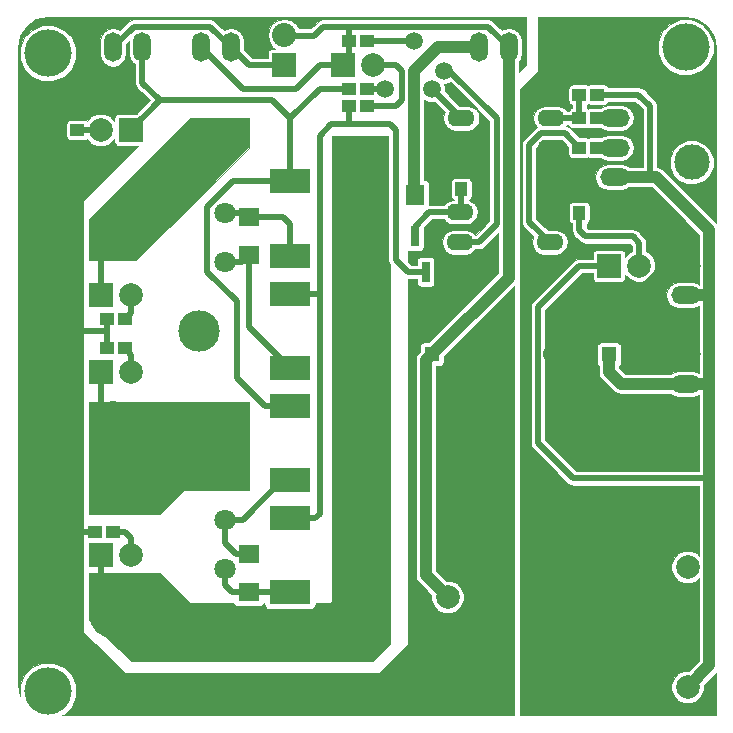
<source format=gbr>
G04 #@! TF.FileFunction,Copper,L2,Bot,Signal*
%FSLAX46Y46*%
G04 Gerber Fmt 4.6, Leading zero omitted, Abs format (unit mm)*
G04 Created by KiCad (PCBNEW 4.0.6) date 05/12/17 12:25:15*
%MOMM*%
%LPD*%
G01*
G04 APERTURE LIST*
%ADD10C,0.100000*%
%ADD11C,3.500000*%
%ADD12C,1.800000*%
%ADD13R,2.000000X2.000000*%
%ADD14C,2.000000*%
%ADD15C,4.064000*%
%ADD16R,2.032000X2.032000*%
%ADD17O,2.032000X2.032000*%
%ADD18R,1.300000X1.300000*%
%ADD19C,1.300000*%
%ADD20R,0.800100X1.800860*%
%ADD21R,1.800000X1.600000*%
%ADD22R,1.150000X1.000000*%
%ADD23R,1.000000X1.150000*%
%ADD24R,1.600000X1.800000*%
%ADD25O,1.500000X2.500000*%
%ADD26R,3.500000X2.000000*%
%ADD27O,2.500000X1.500000*%
%ADD28C,3.000000*%
%ADD29O,2.300000X1.400000*%
%ADD30C,4.000000*%
%ADD31C,1.500000*%
%ADD32C,0.500000*%
%ADD33C,1.000000*%
%ADD34C,0.026000*%
G04 APERTURE END LIST*
D10*
D11*
X18000000Y-37000000D03*
D12*
X18000000Y-47200000D03*
X18000000Y-43000000D03*
D11*
X15800000Y-53000000D03*
X30100000Y-39300000D03*
X30100000Y-50300000D03*
X18000000Y-11000000D03*
D12*
X18000000Y-21200000D03*
X18000000Y-17000000D03*
D11*
X15800000Y-27000000D03*
X30100000Y-13300000D03*
X30100000Y-24300000D03*
D13*
X50500000Y-21500000D03*
D14*
X53040000Y-21500000D03*
D13*
X7500000Y-24000000D03*
D14*
X10040000Y-24000000D03*
D13*
X7500000Y-46000000D03*
D14*
X10040000Y-46000000D03*
D13*
X7500000Y-30500000D03*
D14*
X10040000Y-30500000D03*
D15*
X8500000Y-19000000D03*
X3500000Y-35000000D03*
D16*
X23000000Y-4500000D03*
D17*
X23000000Y-1960000D03*
D15*
X8500000Y-35000000D03*
X3500000Y-19000000D03*
X8500000Y-51000000D03*
X3500000Y-51500000D03*
D18*
X35500000Y-29000000D03*
D19*
X40500000Y-29000000D03*
D15*
X8500000Y-40500000D03*
X3500000Y-40500000D03*
X3500000Y-26500000D03*
D20*
X34050000Y-18998860D03*
X35950000Y-18998860D03*
X35000000Y-22001140D03*
D21*
X20000000Y-20600000D03*
X20000000Y-17400000D03*
D13*
X10000000Y-10000000D03*
D14*
X7460000Y-10000000D03*
D22*
X5500000Y-10000000D03*
X4000000Y-10000000D03*
D23*
X48000000Y-17000000D03*
X48000000Y-15500000D03*
X38000000Y-15000000D03*
X38000000Y-13500000D03*
D22*
X48000000Y-7000000D03*
X49500000Y-7000000D03*
X49500000Y-9000000D03*
X48000000Y-9000000D03*
X9500000Y-26000000D03*
X8000000Y-26000000D03*
X8500000Y-44000000D03*
X7000000Y-44000000D03*
X9500000Y-28500000D03*
X8000000Y-28500000D03*
X49500000Y-11500000D03*
X48000000Y-11500000D03*
D24*
X34100000Y-15500000D03*
X30900000Y-15500000D03*
D25*
X18500000Y-3000000D03*
X16000000Y-3000000D03*
X11000000Y-3000000D03*
X8500000Y-3000000D03*
X42000000Y-3000000D03*
X39500000Y-3000000D03*
D26*
X23500000Y-23850000D03*
X23500000Y-30150000D03*
X23500000Y-14350000D03*
X23500000Y-20650000D03*
X23500000Y-42850000D03*
X23500000Y-49150000D03*
X23500000Y-33350000D03*
X23500000Y-39650000D03*
D21*
X20000000Y-49100000D03*
X20000000Y-45900000D03*
D22*
X28500000Y-6500000D03*
X30000000Y-6500000D03*
X30000000Y-2500000D03*
X28500000Y-2500000D03*
D27*
X57000000Y-31500000D03*
X57000000Y-29000000D03*
X57000000Y-24000000D03*
X57000000Y-21500000D03*
X51000000Y-16500000D03*
X51000000Y-14000000D03*
X51000000Y-11500000D03*
X51000000Y-9000000D03*
D28*
X57500000Y-12750000D03*
D18*
X50500000Y-29000000D03*
D19*
X45500000Y-29000000D03*
D13*
X28000000Y-4500000D03*
D14*
X30540000Y-4500000D03*
D22*
X30000000Y-8000000D03*
X28500000Y-8000000D03*
D14*
X36840000Y-49540000D03*
X36840000Y-44460000D03*
X36840000Y-36840000D03*
X57160000Y-36840000D03*
X57160000Y-47000000D03*
X57160000Y-57160000D03*
D29*
X45500000Y-19500000D03*
X45500000Y-16960000D03*
X37880000Y-16960000D03*
X37880000Y-19500000D03*
X38000000Y-9000000D03*
X38000000Y-11540000D03*
X45620000Y-11540000D03*
X45620000Y-9000000D03*
D30*
X57000000Y-3000000D03*
X3000000Y-3500000D03*
X3000000Y-57500000D03*
D31*
X35500000Y-6500000D03*
X31500000Y-6500000D03*
X34000000Y-2500000D03*
X36500000Y-5000000D03*
D32*
X34000000Y-27500000D02*
X35950000Y-25550000D01*
X34000000Y-56500000D02*
X34000000Y-27500000D01*
X35950000Y-25550000D02*
X35950000Y-18998860D01*
X35950000Y-18998860D02*
X36698860Y-18250000D01*
X36698860Y-18250000D02*
X39250000Y-18250000D01*
X39250000Y-18250000D02*
X40000000Y-17500000D01*
X40000000Y-17500000D02*
X40000000Y-13540000D01*
X40000000Y-13540000D02*
X38000000Y-11540000D01*
X38000000Y-13500000D02*
X38000000Y-11540000D01*
D33*
X34000000Y-56500000D02*
X32500000Y-58000000D01*
X10000000Y-58000000D02*
X3500000Y-51500000D01*
X32500000Y-58000000D02*
X10000000Y-58000000D01*
X36840000Y-44460000D02*
X39500000Y-47120000D01*
X36000000Y-56500000D02*
X34000000Y-56500000D01*
X36000000Y-56500000D02*
X39500000Y-53000000D01*
X39500000Y-47120000D02*
X39500000Y-53000000D01*
X36840000Y-36840000D02*
X36840000Y-44460000D01*
X40500000Y-29000000D02*
X36840000Y-32660000D01*
X36840000Y-32660000D02*
X36840000Y-36840000D01*
D32*
X34000000Y-56500000D02*
X34000000Y-56000000D01*
X34000000Y-56000000D02*
X34000000Y-56500000D01*
X3500000Y-26500000D02*
X3500000Y-19000000D01*
X3500000Y-35000000D02*
X3500000Y-26500000D01*
X3500000Y-40500000D02*
X3500000Y-35000000D01*
X7000000Y-44000000D02*
X3500000Y-44000000D01*
X3500000Y-40500000D02*
X3500000Y-44000000D01*
X3500000Y-44000000D02*
X3500000Y-51500000D01*
X8000000Y-27000000D02*
X4000000Y-27000000D01*
X4000000Y-27000000D02*
X3500000Y-26500000D01*
X8000000Y-28500000D02*
X8000000Y-27000000D01*
X8000000Y-27000000D02*
X8000000Y-26000000D01*
X7500000Y-46000000D02*
X7500000Y-50000000D01*
X7500000Y-50000000D02*
X8500000Y-51000000D01*
X30100000Y-13300000D02*
X30100000Y-15200000D01*
X30100000Y-15200000D02*
X30900000Y-16000000D01*
X15800000Y-26000000D02*
X15800000Y-26800000D01*
X48000000Y-17000000D02*
X48000000Y-18500000D01*
X48500000Y-19000000D02*
X52500000Y-19000000D01*
X48000000Y-18500000D02*
X48500000Y-19000000D01*
X48000000Y-17000000D02*
X48000000Y-17500000D01*
X53040000Y-19540000D02*
X53040000Y-21500000D01*
X52500000Y-19000000D02*
X53040000Y-19540000D01*
X47960000Y-17040000D02*
X48000000Y-17000000D01*
D33*
X39500000Y-3000000D02*
X36000000Y-3000000D01*
X34000000Y-5000000D02*
X34000000Y-15400000D01*
X36000000Y-3000000D02*
X34000000Y-5000000D01*
X34000000Y-15400000D02*
X34100000Y-15500000D01*
D32*
X7500000Y-24000000D02*
X7500000Y-20000000D01*
X7500000Y-20000000D02*
X8500000Y-19000000D01*
X10040000Y-24000000D02*
X10040000Y-25460000D01*
X10040000Y-25460000D02*
X9500000Y-26000000D01*
X8500000Y-44000000D02*
X9500000Y-44000000D01*
X10040000Y-44540000D02*
X10040000Y-46000000D01*
X9500000Y-44000000D02*
X10040000Y-44540000D01*
X28500000Y-2500000D02*
X28500000Y-1250000D01*
X28500000Y-1250000D02*
X28500000Y-1500000D01*
X28500000Y-1500000D02*
X28500000Y-1250000D01*
X28000000Y-4500000D02*
X28500000Y-4000000D01*
X28500000Y-4000000D02*
X28500000Y-2500000D01*
X16000000Y-3000000D02*
X19500000Y-6500000D01*
X26000000Y-4500000D02*
X28000000Y-4500000D01*
X24000000Y-6500000D02*
X26000000Y-4500000D01*
X19500000Y-6500000D02*
X24000000Y-6500000D01*
X23000000Y-1960000D02*
X23040000Y-2000000D01*
X23040000Y-2000000D02*
X25540000Y-2000000D01*
X28500000Y-1250000D02*
X26290000Y-1250000D01*
X26290000Y-1250000D02*
X25540000Y-2000000D01*
X42000000Y-3000000D02*
X40250000Y-1250000D01*
X40250000Y-1250000D02*
X28500000Y-1250000D01*
D33*
X42000000Y-22500000D02*
X35500000Y-29000000D01*
X42000000Y-3500000D02*
X42000000Y-22500000D01*
X36840000Y-49540000D02*
X35000000Y-47700000D01*
X35000000Y-47700000D02*
X35000000Y-29500000D01*
X35000000Y-29500000D02*
X35500000Y-29000000D01*
D32*
X7500000Y-30500000D02*
X7500000Y-34000000D01*
X7500000Y-34000000D02*
X8500000Y-35000000D01*
X10040000Y-30500000D02*
X10040000Y-29040000D01*
X10040000Y-29040000D02*
X9500000Y-28500000D01*
X9540000Y-28540000D02*
X9500000Y-28500000D01*
X48000000Y-11500000D02*
X46750000Y-10250000D01*
X43750000Y-17750000D02*
X45500000Y-19500000D01*
X43750000Y-11250000D02*
X43750000Y-17750000D01*
X44750000Y-10250000D02*
X43750000Y-11250000D01*
X46750000Y-10250000D02*
X44750000Y-10250000D01*
X47865000Y-11365000D02*
X48000000Y-11500000D01*
X11000000Y-3000000D02*
X11000000Y-6000000D01*
X11000000Y-6000000D02*
X12500000Y-7500000D01*
X23500000Y-9000000D02*
X22000000Y-7500000D01*
X23500000Y-9000000D02*
X26000000Y-6500000D01*
X26000000Y-6500000D02*
X28500000Y-6500000D01*
X10000000Y-10000000D02*
X12500000Y-7500000D01*
X12500000Y-7500000D02*
X22000000Y-7500000D01*
X10000000Y-10000000D02*
X11000000Y-9000000D01*
X23500000Y-14350000D02*
X18650000Y-14350000D01*
X21350000Y-33350000D02*
X23500000Y-33350000D01*
X19000000Y-31000000D02*
X21350000Y-33350000D01*
X19000000Y-24500000D02*
X19000000Y-31000000D01*
X16500000Y-22000000D02*
X19000000Y-24500000D01*
X16500000Y-16500000D02*
X16500000Y-22000000D01*
X18650000Y-14350000D02*
X16500000Y-16500000D01*
X23500000Y-14350000D02*
X23500000Y-9000000D01*
X23500000Y-23850000D02*
X26000000Y-23850000D01*
X26000000Y-23850000D02*
X26000000Y-24000000D01*
X28500000Y-8000000D02*
X28500000Y-9500000D01*
X23500000Y-42850000D02*
X25650000Y-42850000D01*
X33501140Y-22001140D02*
X35000000Y-22001140D01*
X32500000Y-21000000D02*
X33501140Y-22001140D01*
X32500000Y-10000000D02*
X32500000Y-21000000D01*
X32000000Y-9500000D02*
X32500000Y-10000000D01*
X27000000Y-9500000D02*
X28500000Y-9500000D01*
X28500000Y-9500000D02*
X32000000Y-9500000D01*
X26000000Y-10500000D02*
X27000000Y-9500000D01*
X26000000Y-42500000D02*
X26000000Y-24000000D01*
X26000000Y-24000000D02*
X26000000Y-10500000D01*
X25650000Y-42850000D02*
X26000000Y-42500000D01*
X45620000Y-9000000D02*
X48000000Y-9000000D01*
X48000000Y-7000000D02*
X48000000Y-9000000D01*
X47865000Y-9135000D02*
X48000000Y-9000000D01*
X51000000Y-11500000D02*
X49500000Y-11500000D01*
X38000000Y-9000000D02*
X35500000Y-6500000D01*
X30000000Y-6500000D02*
X31500000Y-6500000D01*
X18500000Y-3000000D02*
X20000000Y-4500000D01*
X20000000Y-4500000D02*
X23000000Y-4500000D01*
X8500000Y-3000000D02*
X10250000Y-1250000D01*
X16750000Y-1250000D02*
X18500000Y-3000000D01*
X10250000Y-1250000D02*
X16750000Y-1250000D01*
X18500000Y-2500000D02*
X18500000Y-3500000D01*
X8500000Y-3500000D02*
X8500000Y-2500000D01*
D33*
X57000000Y-29000000D02*
X56000000Y-29000000D01*
X56000000Y-29000000D02*
X52000000Y-25000000D01*
X51000000Y-16500000D02*
X54500000Y-16500000D01*
X57500000Y-19500000D02*
X57500000Y-21500000D01*
X54500000Y-16500000D02*
X57500000Y-19500000D01*
D32*
X48000000Y-15500000D02*
X50000000Y-15500000D01*
X50000000Y-15500000D02*
X51000000Y-16500000D01*
D33*
X50000000Y-25000000D02*
X52000000Y-25000000D01*
X52000000Y-25000000D02*
X55500000Y-21500000D01*
X55500000Y-21500000D02*
X57500000Y-21500000D01*
D32*
X48000000Y-15500000D02*
X45500000Y-15500000D01*
X45500000Y-16960000D02*
X45500000Y-15500000D01*
X45500000Y-15500000D02*
X45500000Y-11660000D01*
X45500000Y-11660000D02*
X45620000Y-11540000D01*
D33*
X46000000Y-29000000D02*
X50000000Y-25000000D01*
X57160000Y-36840000D02*
X49340000Y-36840000D01*
X46000000Y-33500000D02*
X46000000Y-29000000D01*
X49340000Y-36840000D02*
X46000000Y-33500000D01*
D32*
X59000000Y-39500000D02*
X47500000Y-39500000D01*
X48000000Y-21500000D02*
X44500000Y-25000000D01*
X44500000Y-36500000D02*
X47500000Y-39500000D01*
X44500000Y-25000000D02*
X44500000Y-36500000D01*
X48000000Y-21500000D02*
X50500000Y-21500000D01*
D33*
X57000000Y-31500000D02*
X59000000Y-31500000D01*
X57000000Y-24000000D02*
X59000000Y-24000000D01*
X57160000Y-57160000D02*
X59000000Y-55320000D01*
X59000000Y-55320000D02*
X59000000Y-39500000D01*
X59000000Y-39500000D02*
X59000000Y-31500000D01*
X54500000Y-14000000D02*
X54000000Y-14000000D01*
X59000000Y-18500000D02*
X54500000Y-14000000D01*
X59000000Y-31500000D02*
X59000000Y-24000000D01*
X59000000Y-24000000D02*
X59000000Y-18500000D01*
X50500000Y-29000000D02*
X50500000Y-30500000D01*
X51500000Y-31500000D02*
X57000000Y-31500000D01*
X50500000Y-30500000D02*
X51500000Y-31500000D01*
X54000000Y-14000000D02*
X51000000Y-14000000D01*
D32*
X49500000Y-7000000D02*
X53000000Y-7000000D01*
X54000000Y-8000000D02*
X54000000Y-14000000D01*
X53000000Y-7000000D02*
X54000000Y-8000000D01*
X7460000Y-10000000D02*
X5500000Y-10000000D01*
X49500000Y-9000000D02*
X51000000Y-9000000D01*
X41000000Y-9000000D02*
X37000000Y-5000000D01*
X34000000Y-2500000D02*
X30000000Y-2500000D01*
X37000000Y-5000000D02*
X36500000Y-5000000D01*
X37880000Y-19500000D02*
X39500000Y-19500000D01*
X39500000Y-19500000D02*
X41000000Y-18000000D01*
X41000000Y-18000000D02*
X41000000Y-9000000D01*
X38000000Y-15000000D02*
X38000000Y-16840000D01*
X38000000Y-16840000D02*
X37880000Y-16960000D01*
X34050000Y-18998860D02*
X34050000Y-18200000D01*
X34050000Y-18200000D02*
X35290000Y-16960000D01*
X35290000Y-16960000D02*
X37880000Y-16960000D01*
X20000000Y-49100000D02*
X18600000Y-49100000D01*
X18000000Y-48500000D02*
X18000000Y-47200000D01*
X18600000Y-49100000D02*
X18000000Y-48500000D01*
X23500000Y-49150000D02*
X20050000Y-49150000D01*
X20050000Y-49150000D02*
X20000000Y-49100000D01*
X23500000Y-39650000D02*
X22850000Y-39650000D01*
X22850000Y-39650000D02*
X19500000Y-43000000D01*
X19500000Y-43000000D02*
X18000000Y-43000000D01*
X20000000Y-45900000D02*
X18900000Y-45900000D01*
X18000000Y-45000000D02*
X18000000Y-43000000D01*
X18900000Y-45900000D02*
X18000000Y-45000000D01*
X20000000Y-20600000D02*
X20000000Y-26650000D01*
X20000000Y-26650000D02*
X23500000Y-30150000D01*
X18000000Y-21200000D02*
X19400000Y-21200000D01*
X19400000Y-21200000D02*
X20000000Y-20600000D01*
X23500000Y-20650000D02*
X23500000Y-18000000D01*
X22900000Y-17400000D02*
X20000000Y-17400000D01*
X23500000Y-18000000D02*
X22900000Y-17400000D01*
X18000000Y-17000000D02*
X19600000Y-17000000D01*
X19600000Y-17000000D02*
X20000000Y-17400000D01*
X30000000Y-8000000D02*
X32500000Y-8000000D01*
X32500000Y-4500000D02*
X30540000Y-4500000D01*
X33000000Y-5000000D02*
X32500000Y-4500000D01*
X33000000Y-7500000D02*
X33000000Y-5000000D01*
X32500000Y-8000000D02*
X33000000Y-7500000D01*
D34*
G36*
X19987000Y-40487000D02*
X14500000Y-40487000D01*
X14494942Y-40488024D01*
X14490808Y-40490808D01*
X12494616Y-42487000D01*
X6513000Y-42487000D01*
X6513000Y-33013000D01*
X19987000Y-33013000D01*
X19987000Y-40487000D01*
X19987000Y-40487000D01*
G37*
X19987000Y-40487000D02*
X14500000Y-40487000D01*
X14494942Y-40488024D01*
X14490808Y-40490808D01*
X12494616Y-42487000D01*
X6513000Y-42487000D01*
X6513000Y-33013000D01*
X19987000Y-33013000D01*
X19987000Y-40487000D01*
G36*
X19987000Y-11494616D02*
X10494616Y-20987000D01*
X6513000Y-20987000D01*
X6513000Y-17505384D01*
X15005384Y-9013000D01*
X19987000Y-9013000D01*
X19987000Y-11494616D01*
X19987000Y-11494616D01*
G37*
X19987000Y-11494616D02*
X10494616Y-20987000D01*
X6513000Y-20987000D01*
X6513000Y-17505384D01*
X15005384Y-9013000D01*
X19987000Y-9013000D01*
X19987000Y-11494616D01*
G36*
X31837000Y-21000000D02*
X31887468Y-21253719D01*
X31987000Y-21402680D01*
X31987000Y-53494616D01*
X30494616Y-54987000D01*
X10005384Y-54987000D01*
X6513000Y-51494616D01*
X6513000Y-47513000D01*
X12494616Y-47513000D01*
X14990808Y-50009192D01*
X14995108Y-50012045D01*
X15000000Y-50013000D01*
X18700171Y-50013000D01*
X18707707Y-50053049D01*
X18798159Y-50193614D01*
X18936172Y-50287915D01*
X19100000Y-50321091D01*
X20900000Y-50321091D01*
X21053049Y-50292293D01*
X21193614Y-50201841D01*
X21287915Y-50063828D01*
X21298208Y-50013000D01*
X21328909Y-50013000D01*
X21328909Y-50150000D01*
X21357707Y-50303049D01*
X21448159Y-50443614D01*
X21586172Y-50537915D01*
X21750000Y-50571091D01*
X25250000Y-50571091D01*
X25403049Y-50542293D01*
X25543614Y-50451841D01*
X25637915Y-50313828D01*
X25671091Y-50150000D01*
X25671091Y-50013000D01*
X27000000Y-50013000D01*
X27005058Y-50011976D01*
X27009319Y-50009065D01*
X27012111Y-50004725D01*
X27013000Y-50000000D01*
X27013000Y-10513000D01*
X31837000Y-10513000D01*
X31837000Y-21000000D01*
X31837000Y-21000000D01*
G37*
X31837000Y-21000000D02*
X31887468Y-21253719D01*
X31987000Y-21402680D01*
X31987000Y-53494616D01*
X30494616Y-54987000D01*
X10005384Y-54987000D01*
X6513000Y-51494616D01*
X6513000Y-47513000D01*
X12494616Y-47513000D01*
X14990808Y-50009192D01*
X14995108Y-50012045D01*
X15000000Y-50013000D01*
X18700171Y-50013000D01*
X18707707Y-50053049D01*
X18798159Y-50193614D01*
X18936172Y-50287915D01*
X19100000Y-50321091D01*
X20900000Y-50321091D01*
X21053049Y-50292293D01*
X21193614Y-50201841D01*
X21287915Y-50063828D01*
X21298208Y-50013000D01*
X21328909Y-50013000D01*
X21328909Y-50150000D01*
X21357707Y-50303049D01*
X21448159Y-50443614D01*
X21586172Y-50537915D01*
X21750000Y-50571091D01*
X25250000Y-50571091D01*
X25403049Y-50542293D01*
X25543614Y-50451841D01*
X25637915Y-50313828D01*
X25671091Y-50150000D01*
X25671091Y-50013000D01*
X27000000Y-50013000D01*
X27005058Y-50011976D01*
X27009319Y-50009065D01*
X27012111Y-50004725D01*
X27013000Y-50000000D01*
X27013000Y-10513000D01*
X31837000Y-10513000D01*
X31837000Y-21000000D01*
G36*
X43487000Y-4494616D02*
X42863000Y-5118616D01*
X42863000Y-4204884D01*
X43028278Y-3957528D01*
X43113000Y-3531601D01*
X43113000Y-2468399D01*
X43028278Y-2042472D01*
X42787010Y-1681389D01*
X42425927Y-1440121D01*
X42000000Y-1355399D01*
X41574073Y-1440121D01*
X41413994Y-1547082D01*
X40683456Y-816544D01*
X40484585Y-683662D01*
X40250000Y-637000D01*
X26290000Y-637000D01*
X26055415Y-683662D01*
X25856543Y-816544D01*
X25286088Y-1387000D01*
X24270791Y-1387000D01*
X24002116Y-984900D01*
X23554736Y-685970D01*
X23027016Y-581000D01*
X22972984Y-581000D01*
X22445264Y-685970D01*
X21997884Y-984900D01*
X21698954Y-1432280D01*
X21593984Y-1960000D01*
X21698954Y-2487720D01*
X21997884Y-2935100D01*
X22265460Y-3113889D01*
X21984000Y-3113889D01*
X21849480Y-3139201D01*
X21725932Y-3218702D01*
X21643049Y-3340006D01*
X21613889Y-3484000D01*
X21613889Y-3887000D01*
X20253913Y-3887000D01*
X19613000Y-3246088D01*
X19613000Y-2468399D01*
X19528278Y-2042472D01*
X19287010Y-1681389D01*
X18925927Y-1440121D01*
X18500000Y-1355399D01*
X18074073Y-1440121D01*
X17913994Y-1547082D01*
X17183456Y-816544D01*
X16984585Y-683662D01*
X16750000Y-637000D01*
X10250000Y-637000D01*
X10015415Y-683662D01*
X9816544Y-816543D01*
X9086005Y-1547082D01*
X8925927Y-1440121D01*
X8500000Y-1355399D01*
X8074073Y-1440121D01*
X7712990Y-1681389D01*
X7471722Y-2042472D01*
X7387000Y-2468399D01*
X7387000Y-3531601D01*
X7471722Y-3957528D01*
X7712990Y-4318611D01*
X8074073Y-4559879D01*
X8500000Y-4644601D01*
X8925927Y-4559879D01*
X9287010Y-4318611D01*
X9528278Y-3957528D01*
X9613000Y-3531601D01*
X9613000Y-2753912D01*
X9887000Y-2479913D01*
X9887000Y-3531601D01*
X9971722Y-3957528D01*
X10212990Y-4318611D01*
X10387000Y-4434881D01*
X10387000Y-6000000D01*
X10409439Y-6112806D01*
X10433662Y-6234585D01*
X10566544Y-6433456D01*
X11633087Y-7500000D01*
X10566546Y-8566542D01*
X10566544Y-8566543D01*
X10503198Y-8629889D01*
X9000000Y-8629889D01*
X8865480Y-8655201D01*
X8741932Y-8734702D01*
X8659049Y-8856006D01*
X8629889Y-9000000D01*
X8629889Y-9262136D01*
X8616169Y-9228931D01*
X8233086Y-8845178D01*
X7732307Y-8637237D01*
X7190072Y-8636764D01*
X6688931Y-8843831D01*
X6310517Y-9221584D01*
X6218994Y-9159049D01*
X6075000Y-9129889D01*
X4925000Y-9129889D01*
X4790480Y-9155201D01*
X4666932Y-9234702D01*
X4584049Y-9356006D01*
X4554889Y-9500000D01*
X4554889Y-10500000D01*
X4580201Y-10634520D01*
X4659702Y-10758068D01*
X4781006Y-10840951D01*
X4925000Y-10870111D01*
X6075000Y-10870111D01*
X6209520Y-10844799D01*
X6311758Y-10779010D01*
X6686914Y-11154822D01*
X7187693Y-11362763D01*
X7729928Y-11363236D01*
X8231069Y-11156169D01*
X8614822Y-10773086D01*
X8629889Y-10736801D01*
X8629889Y-11000000D01*
X8655201Y-11134520D01*
X8734702Y-11258068D01*
X8856006Y-11340951D01*
X9000000Y-11370111D01*
X10611505Y-11370111D01*
X5990808Y-15990808D01*
X5987955Y-15995108D01*
X5987000Y-16000000D01*
X5987000Y-52500000D01*
X5988024Y-52505058D01*
X5990808Y-52509192D01*
X9490808Y-56009192D01*
X9495108Y-56012045D01*
X9500000Y-56013000D01*
X31000000Y-56013000D01*
X31005058Y-56011976D01*
X31009192Y-56009192D01*
X33509192Y-53509192D01*
X33512045Y-53504892D01*
X33513000Y-53500000D01*
X33513000Y-22614140D01*
X34229839Y-22614140D01*
X34229839Y-22901570D01*
X34255151Y-23036090D01*
X34334652Y-23159638D01*
X34455956Y-23242521D01*
X34599950Y-23271681D01*
X35400050Y-23271681D01*
X35534570Y-23246369D01*
X35658118Y-23166868D01*
X35741001Y-23045564D01*
X35770161Y-22901570D01*
X35770161Y-21100710D01*
X35744849Y-20966190D01*
X35665348Y-20842642D01*
X35544044Y-20759759D01*
X35400050Y-20730599D01*
X34599950Y-20730599D01*
X34465430Y-20755911D01*
X34341882Y-20835412D01*
X34258999Y-20956716D01*
X34229839Y-21100710D01*
X34229839Y-21388140D01*
X33755053Y-21388140D01*
X33513000Y-21146087D01*
X33513000Y-20241667D01*
X33649950Y-20269401D01*
X34450050Y-20269401D01*
X34584570Y-20244089D01*
X34708118Y-20164588D01*
X34791001Y-20043284D01*
X34820161Y-19899290D01*
X34820161Y-18296751D01*
X35543913Y-17573000D01*
X36556058Y-17573000D01*
X36648704Y-17711655D01*
X36993567Y-17942084D01*
X37400359Y-18023000D01*
X38359641Y-18023000D01*
X38766433Y-17942084D01*
X39111296Y-17711655D01*
X39341725Y-17366792D01*
X39422641Y-16960000D01*
X39341725Y-16553208D01*
X39111296Y-16208345D01*
X38766433Y-15977916D01*
X38613000Y-15947396D01*
X38613000Y-15923848D01*
X38634520Y-15919799D01*
X38758068Y-15840298D01*
X38840951Y-15718994D01*
X38870111Y-15575000D01*
X38870111Y-14425000D01*
X38844799Y-14290480D01*
X38765298Y-14166932D01*
X38643994Y-14084049D01*
X38500000Y-14054889D01*
X37500000Y-14054889D01*
X37365480Y-14080201D01*
X37241932Y-14159702D01*
X37159049Y-14281006D01*
X37129889Y-14425000D01*
X37129889Y-15575000D01*
X37155201Y-15709520D01*
X37234702Y-15833068D01*
X37344525Y-15908106D01*
X36993567Y-15977916D01*
X36648704Y-16208345D01*
X36556058Y-16347000D01*
X35290000Y-16347000D01*
X35270111Y-16350956D01*
X35270111Y-14600000D01*
X35244799Y-14465480D01*
X35165298Y-14341932D01*
X35043994Y-14259049D01*
X34900000Y-14229889D01*
X34863000Y-14229889D01*
X34863000Y-7437282D01*
X34868713Y-7443005D01*
X35277639Y-7612806D01*
X35720418Y-7613193D01*
X35738719Y-7605631D01*
X36613585Y-8480498D01*
X36538275Y-8593208D01*
X36457359Y-9000000D01*
X36538275Y-9406792D01*
X36768704Y-9751655D01*
X37113567Y-9982084D01*
X37520359Y-10063000D01*
X38479641Y-10063000D01*
X38886433Y-9982084D01*
X39231296Y-9751655D01*
X39461725Y-9406792D01*
X39542641Y-9000000D01*
X39461725Y-8593208D01*
X39231296Y-8248345D01*
X38886433Y-8017916D01*
X38479641Y-7937000D01*
X37803913Y-7937000D01*
X36605901Y-6738989D01*
X36612806Y-6722361D01*
X36613193Y-6279582D01*
X36544379Y-6113039D01*
X36720418Y-6113193D01*
X37092528Y-5959440D01*
X40387000Y-9253913D01*
X40387000Y-17746087D01*
X39246088Y-18887000D01*
X39203942Y-18887000D01*
X39111296Y-18748345D01*
X38766433Y-18517916D01*
X38359641Y-18437000D01*
X37400359Y-18437000D01*
X36993567Y-18517916D01*
X36648704Y-18748345D01*
X36418275Y-19093208D01*
X36337359Y-19500000D01*
X36418275Y-19906792D01*
X36648704Y-20251655D01*
X36993567Y-20482084D01*
X37400359Y-20563000D01*
X38359641Y-20563000D01*
X38766433Y-20482084D01*
X39111296Y-20251655D01*
X39203942Y-20113000D01*
X39500000Y-20113000D01*
X39734585Y-20066338D01*
X39933456Y-19933456D01*
X41137000Y-18729913D01*
X41137000Y-22142534D01*
X35299645Y-27979889D01*
X34850000Y-27979889D01*
X34715480Y-28005201D01*
X34591932Y-28084702D01*
X34509049Y-28206006D01*
X34479889Y-28350000D01*
X34479889Y-28799645D01*
X34389767Y-28889767D01*
X34202692Y-29169744D01*
X34137000Y-29500000D01*
X34137000Y-47700000D01*
X34202692Y-48030256D01*
X34389767Y-48310233D01*
X35477124Y-49397590D01*
X35476764Y-49809928D01*
X35683831Y-50311069D01*
X36066914Y-50694822D01*
X36567693Y-50902763D01*
X37109928Y-50903236D01*
X37611069Y-50696169D01*
X37994822Y-50313086D01*
X38202763Y-49812307D01*
X38203236Y-49270072D01*
X37996169Y-48768931D01*
X37613086Y-48385178D01*
X37112307Y-48177237D01*
X36697341Y-48176875D01*
X35863000Y-47342534D01*
X35863000Y-30020111D01*
X36150000Y-30020111D01*
X36284520Y-29994799D01*
X36408068Y-29915298D01*
X36490951Y-29793994D01*
X36520111Y-29650000D01*
X36520111Y-29200355D01*
X42487000Y-23233466D01*
X42487000Y-59562000D01*
X4197434Y-59562000D01*
X4336783Y-59504422D01*
X5002086Y-58840280D01*
X5362589Y-57972092D01*
X5363409Y-57032032D01*
X5004422Y-56163217D01*
X4340280Y-55497914D01*
X3472092Y-55137411D01*
X2532032Y-55136591D01*
X1663217Y-55495578D01*
X997914Y-56159720D01*
X637411Y-57027908D01*
X636602Y-57955303D01*
X438000Y-56956861D01*
X438000Y-3967968D01*
X636591Y-3967968D01*
X995578Y-4836783D01*
X1659720Y-5502086D01*
X2527908Y-5862589D01*
X3467968Y-5863409D01*
X4336783Y-5504422D01*
X5002086Y-4840280D01*
X5362589Y-3972092D01*
X5363409Y-3032032D01*
X5004422Y-2163217D01*
X4340280Y-1497914D01*
X3472092Y-1137411D01*
X2532032Y-1136591D01*
X1663217Y-1495578D01*
X997914Y-2159720D01*
X637411Y-3027908D01*
X636591Y-3967968D01*
X438000Y-3967968D01*
X438000Y-3043139D01*
X640948Y-2022850D01*
X1194459Y-1194462D01*
X2022850Y-640948D01*
X3043140Y-438000D01*
X43487000Y-438000D01*
X43487000Y-4494616D01*
X43487000Y-4494616D01*
G37*
X43487000Y-4494616D02*
X42863000Y-5118616D01*
X42863000Y-4204884D01*
X43028278Y-3957528D01*
X43113000Y-3531601D01*
X43113000Y-2468399D01*
X43028278Y-2042472D01*
X42787010Y-1681389D01*
X42425927Y-1440121D01*
X42000000Y-1355399D01*
X41574073Y-1440121D01*
X41413994Y-1547082D01*
X40683456Y-816544D01*
X40484585Y-683662D01*
X40250000Y-637000D01*
X26290000Y-637000D01*
X26055415Y-683662D01*
X25856543Y-816544D01*
X25286088Y-1387000D01*
X24270791Y-1387000D01*
X24002116Y-984900D01*
X23554736Y-685970D01*
X23027016Y-581000D01*
X22972984Y-581000D01*
X22445264Y-685970D01*
X21997884Y-984900D01*
X21698954Y-1432280D01*
X21593984Y-1960000D01*
X21698954Y-2487720D01*
X21997884Y-2935100D01*
X22265460Y-3113889D01*
X21984000Y-3113889D01*
X21849480Y-3139201D01*
X21725932Y-3218702D01*
X21643049Y-3340006D01*
X21613889Y-3484000D01*
X21613889Y-3887000D01*
X20253913Y-3887000D01*
X19613000Y-3246088D01*
X19613000Y-2468399D01*
X19528278Y-2042472D01*
X19287010Y-1681389D01*
X18925927Y-1440121D01*
X18500000Y-1355399D01*
X18074073Y-1440121D01*
X17913994Y-1547082D01*
X17183456Y-816544D01*
X16984585Y-683662D01*
X16750000Y-637000D01*
X10250000Y-637000D01*
X10015415Y-683662D01*
X9816544Y-816543D01*
X9086005Y-1547082D01*
X8925927Y-1440121D01*
X8500000Y-1355399D01*
X8074073Y-1440121D01*
X7712990Y-1681389D01*
X7471722Y-2042472D01*
X7387000Y-2468399D01*
X7387000Y-3531601D01*
X7471722Y-3957528D01*
X7712990Y-4318611D01*
X8074073Y-4559879D01*
X8500000Y-4644601D01*
X8925927Y-4559879D01*
X9287010Y-4318611D01*
X9528278Y-3957528D01*
X9613000Y-3531601D01*
X9613000Y-2753912D01*
X9887000Y-2479913D01*
X9887000Y-3531601D01*
X9971722Y-3957528D01*
X10212990Y-4318611D01*
X10387000Y-4434881D01*
X10387000Y-6000000D01*
X10409439Y-6112806D01*
X10433662Y-6234585D01*
X10566544Y-6433456D01*
X11633087Y-7500000D01*
X10566546Y-8566542D01*
X10566544Y-8566543D01*
X10503198Y-8629889D01*
X9000000Y-8629889D01*
X8865480Y-8655201D01*
X8741932Y-8734702D01*
X8659049Y-8856006D01*
X8629889Y-9000000D01*
X8629889Y-9262136D01*
X8616169Y-9228931D01*
X8233086Y-8845178D01*
X7732307Y-8637237D01*
X7190072Y-8636764D01*
X6688931Y-8843831D01*
X6310517Y-9221584D01*
X6218994Y-9159049D01*
X6075000Y-9129889D01*
X4925000Y-9129889D01*
X4790480Y-9155201D01*
X4666932Y-9234702D01*
X4584049Y-9356006D01*
X4554889Y-9500000D01*
X4554889Y-10500000D01*
X4580201Y-10634520D01*
X4659702Y-10758068D01*
X4781006Y-10840951D01*
X4925000Y-10870111D01*
X6075000Y-10870111D01*
X6209520Y-10844799D01*
X6311758Y-10779010D01*
X6686914Y-11154822D01*
X7187693Y-11362763D01*
X7729928Y-11363236D01*
X8231069Y-11156169D01*
X8614822Y-10773086D01*
X8629889Y-10736801D01*
X8629889Y-11000000D01*
X8655201Y-11134520D01*
X8734702Y-11258068D01*
X8856006Y-11340951D01*
X9000000Y-11370111D01*
X10611505Y-11370111D01*
X5990808Y-15990808D01*
X5987955Y-15995108D01*
X5987000Y-16000000D01*
X5987000Y-52500000D01*
X5988024Y-52505058D01*
X5990808Y-52509192D01*
X9490808Y-56009192D01*
X9495108Y-56012045D01*
X9500000Y-56013000D01*
X31000000Y-56013000D01*
X31005058Y-56011976D01*
X31009192Y-56009192D01*
X33509192Y-53509192D01*
X33512045Y-53504892D01*
X33513000Y-53500000D01*
X33513000Y-22614140D01*
X34229839Y-22614140D01*
X34229839Y-22901570D01*
X34255151Y-23036090D01*
X34334652Y-23159638D01*
X34455956Y-23242521D01*
X34599950Y-23271681D01*
X35400050Y-23271681D01*
X35534570Y-23246369D01*
X35658118Y-23166868D01*
X35741001Y-23045564D01*
X35770161Y-22901570D01*
X35770161Y-21100710D01*
X35744849Y-20966190D01*
X35665348Y-20842642D01*
X35544044Y-20759759D01*
X35400050Y-20730599D01*
X34599950Y-20730599D01*
X34465430Y-20755911D01*
X34341882Y-20835412D01*
X34258999Y-20956716D01*
X34229839Y-21100710D01*
X34229839Y-21388140D01*
X33755053Y-21388140D01*
X33513000Y-21146087D01*
X33513000Y-20241667D01*
X33649950Y-20269401D01*
X34450050Y-20269401D01*
X34584570Y-20244089D01*
X34708118Y-20164588D01*
X34791001Y-20043284D01*
X34820161Y-19899290D01*
X34820161Y-18296751D01*
X35543913Y-17573000D01*
X36556058Y-17573000D01*
X36648704Y-17711655D01*
X36993567Y-17942084D01*
X37400359Y-18023000D01*
X38359641Y-18023000D01*
X38766433Y-17942084D01*
X39111296Y-17711655D01*
X39341725Y-17366792D01*
X39422641Y-16960000D01*
X39341725Y-16553208D01*
X39111296Y-16208345D01*
X38766433Y-15977916D01*
X38613000Y-15947396D01*
X38613000Y-15923848D01*
X38634520Y-15919799D01*
X38758068Y-15840298D01*
X38840951Y-15718994D01*
X38870111Y-15575000D01*
X38870111Y-14425000D01*
X38844799Y-14290480D01*
X38765298Y-14166932D01*
X38643994Y-14084049D01*
X38500000Y-14054889D01*
X37500000Y-14054889D01*
X37365480Y-14080201D01*
X37241932Y-14159702D01*
X37159049Y-14281006D01*
X37129889Y-14425000D01*
X37129889Y-15575000D01*
X37155201Y-15709520D01*
X37234702Y-15833068D01*
X37344525Y-15908106D01*
X36993567Y-15977916D01*
X36648704Y-16208345D01*
X36556058Y-16347000D01*
X35290000Y-16347000D01*
X35270111Y-16350956D01*
X35270111Y-14600000D01*
X35244799Y-14465480D01*
X35165298Y-14341932D01*
X35043994Y-14259049D01*
X34900000Y-14229889D01*
X34863000Y-14229889D01*
X34863000Y-7437282D01*
X34868713Y-7443005D01*
X35277639Y-7612806D01*
X35720418Y-7613193D01*
X35738719Y-7605631D01*
X36613585Y-8480498D01*
X36538275Y-8593208D01*
X36457359Y-9000000D01*
X36538275Y-9406792D01*
X36768704Y-9751655D01*
X37113567Y-9982084D01*
X37520359Y-10063000D01*
X38479641Y-10063000D01*
X38886433Y-9982084D01*
X39231296Y-9751655D01*
X39461725Y-9406792D01*
X39542641Y-9000000D01*
X39461725Y-8593208D01*
X39231296Y-8248345D01*
X38886433Y-8017916D01*
X38479641Y-7937000D01*
X37803913Y-7937000D01*
X36605901Y-6738989D01*
X36612806Y-6722361D01*
X36613193Y-6279582D01*
X36544379Y-6113039D01*
X36720418Y-6113193D01*
X37092528Y-5959440D01*
X40387000Y-9253913D01*
X40387000Y-17746087D01*
X39246088Y-18887000D01*
X39203942Y-18887000D01*
X39111296Y-18748345D01*
X38766433Y-18517916D01*
X38359641Y-18437000D01*
X37400359Y-18437000D01*
X36993567Y-18517916D01*
X36648704Y-18748345D01*
X36418275Y-19093208D01*
X36337359Y-19500000D01*
X36418275Y-19906792D01*
X36648704Y-20251655D01*
X36993567Y-20482084D01*
X37400359Y-20563000D01*
X38359641Y-20563000D01*
X38766433Y-20482084D01*
X39111296Y-20251655D01*
X39203942Y-20113000D01*
X39500000Y-20113000D01*
X39734585Y-20066338D01*
X39933456Y-19933456D01*
X41137000Y-18729913D01*
X41137000Y-22142534D01*
X35299645Y-27979889D01*
X34850000Y-27979889D01*
X34715480Y-28005201D01*
X34591932Y-28084702D01*
X34509049Y-28206006D01*
X34479889Y-28350000D01*
X34479889Y-28799645D01*
X34389767Y-28889767D01*
X34202692Y-29169744D01*
X34137000Y-29500000D01*
X34137000Y-47700000D01*
X34202692Y-48030256D01*
X34389767Y-48310233D01*
X35477124Y-49397590D01*
X35476764Y-49809928D01*
X35683831Y-50311069D01*
X36066914Y-50694822D01*
X36567693Y-50902763D01*
X37109928Y-50903236D01*
X37611069Y-50696169D01*
X37994822Y-50313086D01*
X38202763Y-49812307D01*
X38203236Y-49270072D01*
X37996169Y-48768931D01*
X37613086Y-48385178D01*
X37112307Y-48177237D01*
X36697341Y-48176875D01*
X35863000Y-47342534D01*
X35863000Y-30020111D01*
X36150000Y-30020111D01*
X36284520Y-29994799D01*
X36408068Y-29915298D01*
X36490951Y-29793994D01*
X36520111Y-29650000D01*
X36520111Y-29200355D01*
X42487000Y-23233466D01*
X42487000Y-59562000D01*
X4197434Y-59562000D01*
X4336783Y-59504422D01*
X5002086Y-58840280D01*
X5362589Y-57972092D01*
X5363409Y-57032032D01*
X5004422Y-56163217D01*
X4340280Y-55497914D01*
X3472092Y-55137411D01*
X2532032Y-55136591D01*
X1663217Y-55495578D01*
X997914Y-56159720D01*
X637411Y-57027908D01*
X636602Y-57955303D01*
X438000Y-56956861D01*
X438000Y-3967968D01*
X636591Y-3967968D01*
X995578Y-4836783D01*
X1659720Y-5502086D01*
X2527908Y-5862589D01*
X3467968Y-5863409D01*
X4336783Y-5504422D01*
X5002086Y-4840280D01*
X5362589Y-3972092D01*
X5363409Y-3032032D01*
X5004422Y-2163217D01*
X4340280Y-1497914D01*
X3472092Y-1137411D01*
X2532032Y-1136591D01*
X1663217Y-1495578D01*
X997914Y-2159720D01*
X637411Y-3027908D01*
X636591Y-3967968D01*
X438000Y-3967968D01*
X438000Y-3043139D01*
X640948Y-2022850D01*
X1194459Y-1194462D01*
X2022850Y-640948D01*
X3043140Y-438000D01*
X43487000Y-438000D01*
X43487000Y-4494616D01*
G36*
X57977150Y-640948D02*
X58805538Y-1194459D01*
X59359052Y-2022850D01*
X59562000Y-3043140D01*
X59562000Y-17841534D01*
X55110233Y-13389767D01*
X54830256Y-13202692D01*
X54613000Y-13159477D01*
X54613000Y-13118948D01*
X55636678Y-13118948D01*
X55919705Y-13803926D01*
X56443318Y-14328453D01*
X57127801Y-14612676D01*
X57868948Y-14613322D01*
X58553926Y-14330295D01*
X59078453Y-13806682D01*
X59362676Y-13122199D01*
X59363322Y-12381052D01*
X59080295Y-11696074D01*
X58556682Y-11171547D01*
X57872199Y-10887324D01*
X57131052Y-10886678D01*
X56446074Y-11169705D01*
X55921547Y-11693318D01*
X55637324Y-12377801D01*
X55636678Y-13118948D01*
X54613000Y-13118948D01*
X54613000Y-8000000D01*
X54566338Y-7765415D01*
X54485207Y-7643994D01*
X54433457Y-7566544D01*
X53433456Y-6566544D01*
X53234585Y-6433662D01*
X53000000Y-6387000D01*
X50423848Y-6387000D01*
X50419799Y-6365480D01*
X50340298Y-6241932D01*
X50218994Y-6159049D01*
X50075000Y-6129889D01*
X48925000Y-6129889D01*
X48790480Y-6155201D01*
X48750765Y-6180757D01*
X48718994Y-6159049D01*
X48575000Y-6129889D01*
X47425000Y-6129889D01*
X47290480Y-6155201D01*
X47166932Y-6234702D01*
X47084049Y-6356006D01*
X47054889Y-6500000D01*
X47054889Y-7500000D01*
X47080201Y-7634520D01*
X47159702Y-7758068D01*
X47281006Y-7840951D01*
X47387000Y-7862416D01*
X47387000Y-8137039D01*
X47290480Y-8155201D01*
X47166932Y-8234702D01*
X47084049Y-8356006D01*
X47077772Y-8387000D01*
X46943942Y-8387000D01*
X46851296Y-8248345D01*
X46506433Y-8017916D01*
X46099641Y-7937000D01*
X45140359Y-7937000D01*
X44733567Y-8017916D01*
X44388704Y-8248345D01*
X44158275Y-8593208D01*
X44077359Y-9000000D01*
X44158275Y-9406792D01*
X44388704Y-9751655D01*
X44401180Y-9759991D01*
X44316544Y-9816543D01*
X43316544Y-10816544D01*
X43183662Y-11015415D01*
X43137000Y-11250000D01*
X43137000Y-17750000D01*
X43173492Y-17933456D01*
X43183662Y-17984585D01*
X43316544Y-18183456D01*
X44113585Y-18980498D01*
X44038275Y-19093208D01*
X43957359Y-19500000D01*
X44038275Y-19906792D01*
X44268704Y-20251655D01*
X44613567Y-20482084D01*
X45020359Y-20563000D01*
X45979641Y-20563000D01*
X46386433Y-20482084D01*
X46731296Y-20251655D01*
X46961725Y-19906792D01*
X47042641Y-19500000D01*
X46961725Y-19093208D01*
X46731296Y-18748345D01*
X46386433Y-18517916D01*
X45979641Y-18437000D01*
X45303913Y-18437000D01*
X44363000Y-17496088D01*
X44363000Y-11503912D01*
X45003913Y-10863000D01*
X46496088Y-10863000D01*
X47054889Y-11421801D01*
X47054889Y-12000000D01*
X47080201Y-12134520D01*
X47159702Y-12258068D01*
X47281006Y-12340951D01*
X47425000Y-12370111D01*
X48575000Y-12370111D01*
X48709520Y-12344799D01*
X48749235Y-12319243D01*
X48781006Y-12340951D01*
X48925000Y-12370111D01*
X49805758Y-12370111D01*
X50042472Y-12528278D01*
X50468399Y-12613000D01*
X51531601Y-12613000D01*
X51957528Y-12528278D01*
X52318611Y-12287010D01*
X52559879Y-11925927D01*
X52644601Y-11500000D01*
X52559879Y-11074073D01*
X52318611Y-10712990D01*
X51957528Y-10471722D01*
X51531601Y-10387000D01*
X50468399Y-10387000D01*
X50042472Y-10471722D01*
X49805758Y-10629889D01*
X48925000Y-10629889D01*
X48790480Y-10655201D01*
X48750765Y-10680757D01*
X48718994Y-10659049D01*
X48575000Y-10629889D01*
X47996801Y-10629889D01*
X47183456Y-9816544D01*
X46984585Y-9683662D01*
X46907034Y-9668236D01*
X46943942Y-9613000D01*
X47076152Y-9613000D01*
X47080201Y-9634520D01*
X47159702Y-9758068D01*
X47281006Y-9840951D01*
X47425000Y-9870111D01*
X48575000Y-9870111D01*
X48709520Y-9844799D01*
X48749235Y-9819243D01*
X48781006Y-9840951D01*
X48925000Y-9870111D01*
X49805758Y-9870111D01*
X50042472Y-10028278D01*
X50468399Y-10113000D01*
X51531601Y-10113000D01*
X51957528Y-10028278D01*
X52318611Y-9787010D01*
X52559879Y-9425927D01*
X52644601Y-9000000D01*
X52559879Y-8574073D01*
X52318611Y-8212990D01*
X51957528Y-7971722D01*
X51531601Y-7887000D01*
X50468399Y-7887000D01*
X50042472Y-7971722D01*
X49805758Y-8129889D01*
X48925000Y-8129889D01*
X48790480Y-8155201D01*
X48750765Y-8180757D01*
X48718994Y-8159049D01*
X48613000Y-8137584D01*
X48613000Y-7862961D01*
X48709520Y-7844799D01*
X48749235Y-7819243D01*
X48781006Y-7840951D01*
X48925000Y-7870111D01*
X50075000Y-7870111D01*
X50209520Y-7844799D01*
X50333068Y-7765298D01*
X50415951Y-7643994D01*
X50422228Y-7613000D01*
X52746088Y-7613000D01*
X53387000Y-8253913D01*
X53387000Y-13137000D01*
X52204884Y-13137000D01*
X51957528Y-12971722D01*
X51531601Y-12887000D01*
X50468399Y-12887000D01*
X50042472Y-12971722D01*
X49681389Y-13212990D01*
X49440121Y-13574073D01*
X49355399Y-14000000D01*
X49440121Y-14425927D01*
X49681389Y-14787010D01*
X50042472Y-15028278D01*
X50468399Y-15113000D01*
X51531601Y-15113000D01*
X51957528Y-15028278D01*
X52204884Y-14863000D01*
X54142534Y-14863000D01*
X58137000Y-18857466D01*
X58137000Y-23091641D01*
X57957528Y-22971722D01*
X57531601Y-22887000D01*
X56468399Y-22887000D01*
X56042472Y-22971722D01*
X55681389Y-23212990D01*
X55440121Y-23574073D01*
X55355399Y-24000000D01*
X55440121Y-24425927D01*
X55681389Y-24787010D01*
X56042472Y-25028278D01*
X56468399Y-25113000D01*
X57531601Y-25113000D01*
X57957528Y-25028278D01*
X58137000Y-24908359D01*
X58137000Y-30591641D01*
X57957528Y-30471722D01*
X57531601Y-30387000D01*
X56468399Y-30387000D01*
X56042472Y-30471722D01*
X55795116Y-30637000D01*
X51857466Y-30637000D01*
X51363000Y-30142534D01*
X51363000Y-29944298D01*
X51408068Y-29915298D01*
X51490951Y-29793994D01*
X51520111Y-29650000D01*
X51520111Y-28350000D01*
X51494799Y-28215480D01*
X51415298Y-28091932D01*
X51293994Y-28009049D01*
X51150000Y-27979889D01*
X49850000Y-27979889D01*
X49715480Y-28005201D01*
X49591932Y-28084702D01*
X49509049Y-28206006D01*
X49479889Y-28350000D01*
X49479889Y-29650000D01*
X49505201Y-29784520D01*
X49584702Y-29908068D01*
X49637000Y-29943801D01*
X49637000Y-30500000D01*
X49702692Y-30830256D01*
X49889767Y-31110233D01*
X50889767Y-32110233D01*
X51169744Y-32297308D01*
X51500000Y-32363000D01*
X55795116Y-32363000D01*
X56042472Y-32528278D01*
X56468399Y-32613000D01*
X57531601Y-32613000D01*
X57957528Y-32528278D01*
X58137000Y-32408359D01*
X58137000Y-38887000D01*
X47753913Y-38887000D01*
X45113000Y-36246088D01*
X45113000Y-25253912D01*
X48253913Y-22113000D01*
X49129889Y-22113000D01*
X49129889Y-22500000D01*
X49155201Y-22634520D01*
X49234702Y-22758068D01*
X49356006Y-22840951D01*
X49500000Y-22870111D01*
X51500000Y-22870111D01*
X51634520Y-22844799D01*
X51758068Y-22765298D01*
X51840951Y-22643994D01*
X51870111Y-22500000D01*
X51870111Y-22237864D01*
X51883831Y-22271069D01*
X52266914Y-22654822D01*
X52767693Y-22862763D01*
X53309928Y-22863236D01*
X53811069Y-22656169D01*
X54194822Y-22273086D01*
X54402763Y-21772307D01*
X54403236Y-21230072D01*
X54196169Y-20728931D01*
X53813086Y-20345178D01*
X53653000Y-20278705D01*
X53653000Y-19540000D01*
X53606338Y-19305415D01*
X53477770Y-19113000D01*
X53473456Y-19106543D01*
X52933456Y-18566544D01*
X52734585Y-18433662D01*
X52500000Y-18387000D01*
X48753913Y-18387000D01*
X48613000Y-18246088D01*
X48613000Y-17923848D01*
X48634520Y-17919799D01*
X48758068Y-17840298D01*
X48840951Y-17718994D01*
X48870111Y-17575000D01*
X48870111Y-16425000D01*
X48844799Y-16290480D01*
X48765298Y-16166932D01*
X48643994Y-16084049D01*
X48500000Y-16054889D01*
X47500000Y-16054889D01*
X47365480Y-16080201D01*
X47241932Y-16159702D01*
X47159049Y-16281006D01*
X47129889Y-16425000D01*
X47129889Y-17575000D01*
X47155201Y-17709520D01*
X47234702Y-17833068D01*
X47356006Y-17915951D01*
X47387000Y-17922228D01*
X47387000Y-18500000D01*
X47433662Y-18734585D01*
X47566544Y-18933456D01*
X48066544Y-19433457D01*
X48265415Y-19566338D01*
X48500000Y-19613000D01*
X52246088Y-19613000D01*
X52427000Y-19793913D01*
X52427000Y-20278518D01*
X52268931Y-20343831D01*
X51885178Y-20726914D01*
X51870111Y-20763199D01*
X51870111Y-20500000D01*
X51844799Y-20365480D01*
X51765298Y-20241932D01*
X51643994Y-20159049D01*
X51500000Y-20129889D01*
X49500000Y-20129889D01*
X49365480Y-20155201D01*
X49241932Y-20234702D01*
X49159049Y-20356006D01*
X49129889Y-20500000D01*
X49129889Y-20887000D01*
X48000000Y-20887000D01*
X47765415Y-20933662D01*
X47566543Y-21066544D01*
X44066544Y-24566544D01*
X43933662Y-24765415D01*
X43887000Y-25000000D01*
X43887000Y-36500000D01*
X43933662Y-36734585D01*
X44066544Y-36933456D01*
X47066544Y-39933457D01*
X47265415Y-40066338D01*
X47500000Y-40113000D01*
X58137000Y-40113000D01*
X58137000Y-46049449D01*
X57933086Y-45845178D01*
X57432307Y-45637237D01*
X56890072Y-45636764D01*
X56388931Y-45843831D01*
X56005178Y-46226914D01*
X55797237Y-46727693D01*
X55796764Y-47269928D01*
X56003831Y-47771069D01*
X56386914Y-48154822D01*
X56887693Y-48362763D01*
X57429928Y-48363236D01*
X57931069Y-48156169D01*
X58137000Y-47950598D01*
X58137000Y-54962534D01*
X57302410Y-55797124D01*
X56890072Y-55796764D01*
X56388931Y-56003831D01*
X56005178Y-56386914D01*
X55797237Y-56887693D01*
X55796764Y-57429928D01*
X56003831Y-57931069D01*
X56386914Y-58314822D01*
X56887693Y-58522763D01*
X57429928Y-58523236D01*
X57931069Y-58316169D01*
X58314822Y-57933086D01*
X58522763Y-57432307D01*
X58523125Y-57017341D01*
X59562000Y-55978466D01*
X59562000Y-59562000D01*
X43013000Y-59562000D01*
X43013000Y-6505384D01*
X44509192Y-5009192D01*
X44512045Y-5004892D01*
X44513000Y-5000000D01*
X44513000Y-3467968D01*
X54636591Y-3467968D01*
X54995578Y-4336783D01*
X55659720Y-5002086D01*
X56527908Y-5362589D01*
X57467968Y-5363409D01*
X58336783Y-5004422D01*
X59002086Y-4340280D01*
X59362589Y-3472092D01*
X59363409Y-2532032D01*
X59004422Y-1663217D01*
X58340280Y-997914D01*
X57472092Y-637411D01*
X56532032Y-636591D01*
X55663217Y-995578D01*
X54997914Y-1659720D01*
X54637411Y-2527908D01*
X54636591Y-3467968D01*
X44513000Y-3467968D01*
X44513000Y-438000D01*
X56956861Y-438000D01*
X57977150Y-640948D01*
X57977150Y-640948D01*
G37*
X57977150Y-640948D02*
X58805538Y-1194459D01*
X59359052Y-2022850D01*
X59562000Y-3043140D01*
X59562000Y-17841534D01*
X55110233Y-13389767D01*
X54830256Y-13202692D01*
X54613000Y-13159477D01*
X54613000Y-13118948D01*
X55636678Y-13118948D01*
X55919705Y-13803926D01*
X56443318Y-14328453D01*
X57127801Y-14612676D01*
X57868948Y-14613322D01*
X58553926Y-14330295D01*
X59078453Y-13806682D01*
X59362676Y-13122199D01*
X59363322Y-12381052D01*
X59080295Y-11696074D01*
X58556682Y-11171547D01*
X57872199Y-10887324D01*
X57131052Y-10886678D01*
X56446074Y-11169705D01*
X55921547Y-11693318D01*
X55637324Y-12377801D01*
X55636678Y-13118948D01*
X54613000Y-13118948D01*
X54613000Y-8000000D01*
X54566338Y-7765415D01*
X54485207Y-7643994D01*
X54433457Y-7566544D01*
X53433456Y-6566544D01*
X53234585Y-6433662D01*
X53000000Y-6387000D01*
X50423848Y-6387000D01*
X50419799Y-6365480D01*
X50340298Y-6241932D01*
X50218994Y-6159049D01*
X50075000Y-6129889D01*
X48925000Y-6129889D01*
X48790480Y-6155201D01*
X48750765Y-6180757D01*
X48718994Y-6159049D01*
X48575000Y-6129889D01*
X47425000Y-6129889D01*
X47290480Y-6155201D01*
X47166932Y-6234702D01*
X47084049Y-6356006D01*
X47054889Y-6500000D01*
X47054889Y-7500000D01*
X47080201Y-7634520D01*
X47159702Y-7758068D01*
X47281006Y-7840951D01*
X47387000Y-7862416D01*
X47387000Y-8137039D01*
X47290480Y-8155201D01*
X47166932Y-8234702D01*
X47084049Y-8356006D01*
X47077772Y-8387000D01*
X46943942Y-8387000D01*
X46851296Y-8248345D01*
X46506433Y-8017916D01*
X46099641Y-7937000D01*
X45140359Y-7937000D01*
X44733567Y-8017916D01*
X44388704Y-8248345D01*
X44158275Y-8593208D01*
X44077359Y-9000000D01*
X44158275Y-9406792D01*
X44388704Y-9751655D01*
X44401180Y-9759991D01*
X44316544Y-9816543D01*
X43316544Y-10816544D01*
X43183662Y-11015415D01*
X43137000Y-11250000D01*
X43137000Y-17750000D01*
X43173492Y-17933456D01*
X43183662Y-17984585D01*
X43316544Y-18183456D01*
X44113585Y-18980498D01*
X44038275Y-19093208D01*
X43957359Y-19500000D01*
X44038275Y-19906792D01*
X44268704Y-20251655D01*
X44613567Y-20482084D01*
X45020359Y-20563000D01*
X45979641Y-20563000D01*
X46386433Y-20482084D01*
X46731296Y-20251655D01*
X46961725Y-19906792D01*
X47042641Y-19500000D01*
X46961725Y-19093208D01*
X46731296Y-18748345D01*
X46386433Y-18517916D01*
X45979641Y-18437000D01*
X45303913Y-18437000D01*
X44363000Y-17496088D01*
X44363000Y-11503912D01*
X45003913Y-10863000D01*
X46496088Y-10863000D01*
X47054889Y-11421801D01*
X47054889Y-12000000D01*
X47080201Y-12134520D01*
X47159702Y-12258068D01*
X47281006Y-12340951D01*
X47425000Y-12370111D01*
X48575000Y-12370111D01*
X48709520Y-12344799D01*
X48749235Y-12319243D01*
X48781006Y-12340951D01*
X48925000Y-12370111D01*
X49805758Y-12370111D01*
X50042472Y-12528278D01*
X50468399Y-12613000D01*
X51531601Y-12613000D01*
X51957528Y-12528278D01*
X52318611Y-12287010D01*
X52559879Y-11925927D01*
X52644601Y-11500000D01*
X52559879Y-11074073D01*
X52318611Y-10712990D01*
X51957528Y-10471722D01*
X51531601Y-10387000D01*
X50468399Y-10387000D01*
X50042472Y-10471722D01*
X49805758Y-10629889D01*
X48925000Y-10629889D01*
X48790480Y-10655201D01*
X48750765Y-10680757D01*
X48718994Y-10659049D01*
X48575000Y-10629889D01*
X47996801Y-10629889D01*
X47183456Y-9816544D01*
X46984585Y-9683662D01*
X46907034Y-9668236D01*
X46943942Y-9613000D01*
X47076152Y-9613000D01*
X47080201Y-9634520D01*
X47159702Y-9758068D01*
X47281006Y-9840951D01*
X47425000Y-9870111D01*
X48575000Y-9870111D01*
X48709520Y-9844799D01*
X48749235Y-9819243D01*
X48781006Y-9840951D01*
X48925000Y-9870111D01*
X49805758Y-9870111D01*
X50042472Y-10028278D01*
X50468399Y-10113000D01*
X51531601Y-10113000D01*
X51957528Y-10028278D01*
X52318611Y-9787010D01*
X52559879Y-9425927D01*
X52644601Y-9000000D01*
X52559879Y-8574073D01*
X52318611Y-8212990D01*
X51957528Y-7971722D01*
X51531601Y-7887000D01*
X50468399Y-7887000D01*
X50042472Y-7971722D01*
X49805758Y-8129889D01*
X48925000Y-8129889D01*
X48790480Y-8155201D01*
X48750765Y-8180757D01*
X48718994Y-8159049D01*
X48613000Y-8137584D01*
X48613000Y-7862961D01*
X48709520Y-7844799D01*
X48749235Y-7819243D01*
X48781006Y-7840951D01*
X48925000Y-7870111D01*
X50075000Y-7870111D01*
X50209520Y-7844799D01*
X50333068Y-7765298D01*
X50415951Y-7643994D01*
X50422228Y-7613000D01*
X52746088Y-7613000D01*
X53387000Y-8253913D01*
X53387000Y-13137000D01*
X52204884Y-13137000D01*
X51957528Y-12971722D01*
X51531601Y-12887000D01*
X50468399Y-12887000D01*
X50042472Y-12971722D01*
X49681389Y-13212990D01*
X49440121Y-13574073D01*
X49355399Y-14000000D01*
X49440121Y-14425927D01*
X49681389Y-14787010D01*
X50042472Y-15028278D01*
X50468399Y-15113000D01*
X51531601Y-15113000D01*
X51957528Y-15028278D01*
X52204884Y-14863000D01*
X54142534Y-14863000D01*
X58137000Y-18857466D01*
X58137000Y-23091641D01*
X57957528Y-22971722D01*
X57531601Y-22887000D01*
X56468399Y-22887000D01*
X56042472Y-22971722D01*
X55681389Y-23212990D01*
X55440121Y-23574073D01*
X55355399Y-24000000D01*
X55440121Y-24425927D01*
X55681389Y-24787010D01*
X56042472Y-25028278D01*
X56468399Y-25113000D01*
X57531601Y-25113000D01*
X57957528Y-25028278D01*
X58137000Y-24908359D01*
X58137000Y-30591641D01*
X57957528Y-30471722D01*
X57531601Y-30387000D01*
X56468399Y-30387000D01*
X56042472Y-30471722D01*
X55795116Y-30637000D01*
X51857466Y-30637000D01*
X51363000Y-30142534D01*
X51363000Y-29944298D01*
X51408068Y-29915298D01*
X51490951Y-29793994D01*
X51520111Y-29650000D01*
X51520111Y-28350000D01*
X51494799Y-28215480D01*
X51415298Y-28091932D01*
X51293994Y-28009049D01*
X51150000Y-27979889D01*
X49850000Y-27979889D01*
X49715480Y-28005201D01*
X49591932Y-28084702D01*
X49509049Y-28206006D01*
X49479889Y-28350000D01*
X49479889Y-29650000D01*
X49505201Y-29784520D01*
X49584702Y-29908068D01*
X49637000Y-29943801D01*
X49637000Y-30500000D01*
X49702692Y-30830256D01*
X49889767Y-31110233D01*
X50889767Y-32110233D01*
X51169744Y-32297308D01*
X51500000Y-32363000D01*
X55795116Y-32363000D01*
X56042472Y-32528278D01*
X56468399Y-32613000D01*
X57531601Y-32613000D01*
X57957528Y-32528278D01*
X58137000Y-32408359D01*
X58137000Y-38887000D01*
X47753913Y-38887000D01*
X45113000Y-36246088D01*
X45113000Y-25253912D01*
X48253913Y-22113000D01*
X49129889Y-22113000D01*
X49129889Y-22500000D01*
X49155201Y-22634520D01*
X49234702Y-22758068D01*
X49356006Y-22840951D01*
X49500000Y-22870111D01*
X51500000Y-22870111D01*
X51634520Y-22844799D01*
X51758068Y-22765298D01*
X51840951Y-22643994D01*
X51870111Y-22500000D01*
X51870111Y-22237864D01*
X51883831Y-22271069D01*
X52266914Y-22654822D01*
X52767693Y-22862763D01*
X53309928Y-22863236D01*
X53811069Y-22656169D01*
X54194822Y-22273086D01*
X54402763Y-21772307D01*
X54403236Y-21230072D01*
X54196169Y-20728931D01*
X53813086Y-20345178D01*
X53653000Y-20278705D01*
X53653000Y-19540000D01*
X53606338Y-19305415D01*
X53477770Y-19113000D01*
X53473456Y-19106543D01*
X52933456Y-18566544D01*
X52734585Y-18433662D01*
X52500000Y-18387000D01*
X48753913Y-18387000D01*
X48613000Y-18246088D01*
X48613000Y-17923848D01*
X48634520Y-17919799D01*
X48758068Y-17840298D01*
X48840951Y-17718994D01*
X48870111Y-17575000D01*
X48870111Y-16425000D01*
X48844799Y-16290480D01*
X48765298Y-16166932D01*
X48643994Y-16084049D01*
X48500000Y-16054889D01*
X47500000Y-16054889D01*
X47365480Y-16080201D01*
X47241932Y-16159702D01*
X47159049Y-16281006D01*
X47129889Y-16425000D01*
X47129889Y-17575000D01*
X47155201Y-17709520D01*
X47234702Y-17833068D01*
X47356006Y-17915951D01*
X47387000Y-17922228D01*
X47387000Y-18500000D01*
X47433662Y-18734585D01*
X47566544Y-18933456D01*
X48066544Y-19433457D01*
X48265415Y-19566338D01*
X48500000Y-19613000D01*
X52246088Y-19613000D01*
X52427000Y-19793913D01*
X52427000Y-20278518D01*
X52268931Y-20343831D01*
X51885178Y-20726914D01*
X51870111Y-20763199D01*
X51870111Y-20500000D01*
X51844799Y-20365480D01*
X51765298Y-20241932D01*
X51643994Y-20159049D01*
X51500000Y-20129889D01*
X49500000Y-20129889D01*
X49365480Y-20155201D01*
X49241932Y-20234702D01*
X49159049Y-20356006D01*
X49129889Y-20500000D01*
X49129889Y-20887000D01*
X48000000Y-20887000D01*
X47765415Y-20933662D01*
X47566543Y-21066544D01*
X44066544Y-24566544D01*
X43933662Y-24765415D01*
X43887000Y-25000000D01*
X43887000Y-36500000D01*
X43933662Y-36734585D01*
X44066544Y-36933456D01*
X47066544Y-39933457D01*
X47265415Y-40066338D01*
X47500000Y-40113000D01*
X58137000Y-40113000D01*
X58137000Y-46049449D01*
X57933086Y-45845178D01*
X57432307Y-45637237D01*
X56890072Y-45636764D01*
X56388931Y-45843831D01*
X56005178Y-46226914D01*
X55797237Y-46727693D01*
X55796764Y-47269928D01*
X56003831Y-47771069D01*
X56386914Y-48154822D01*
X56887693Y-48362763D01*
X57429928Y-48363236D01*
X57931069Y-48156169D01*
X58137000Y-47950598D01*
X58137000Y-54962534D01*
X57302410Y-55797124D01*
X56890072Y-55796764D01*
X56388931Y-56003831D01*
X56005178Y-56386914D01*
X55797237Y-56887693D01*
X55796764Y-57429928D01*
X56003831Y-57931069D01*
X56386914Y-58314822D01*
X56887693Y-58522763D01*
X57429928Y-58523236D01*
X57931069Y-58316169D01*
X58314822Y-57933086D01*
X58522763Y-57432307D01*
X58523125Y-57017341D01*
X59562000Y-55978466D01*
X59562000Y-59562000D01*
X43013000Y-59562000D01*
X43013000Y-6505384D01*
X44509192Y-5009192D01*
X44512045Y-5004892D01*
X44513000Y-5000000D01*
X44513000Y-3467968D01*
X54636591Y-3467968D01*
X54995578Y-4336783D01*
X55659720Y-5002086D01*
X56527908Y-5362589D01*
X57467968Y-5363409D01*
X58336783Y-5004422D01*
X59002086Y-4340280D01*
X59362589Y-3472092D01*
X59363409Y-2532032D01*
X59004422Y-1663217D01*
X58340280Y-997914D01*
X57472092Y-637411D01*
X56532032Y-636591D01*
X55663217Y-995578D01*
X54997914Y-1659720D01*
X54637411Y-2527908D01*
X54636591Y-3467968D01*
X44513000Y-3467968D01*
X44513000Y-438000D01*
X56956861Y-438000D01*
X57977150Y-640948D01*
M02*

</source>
